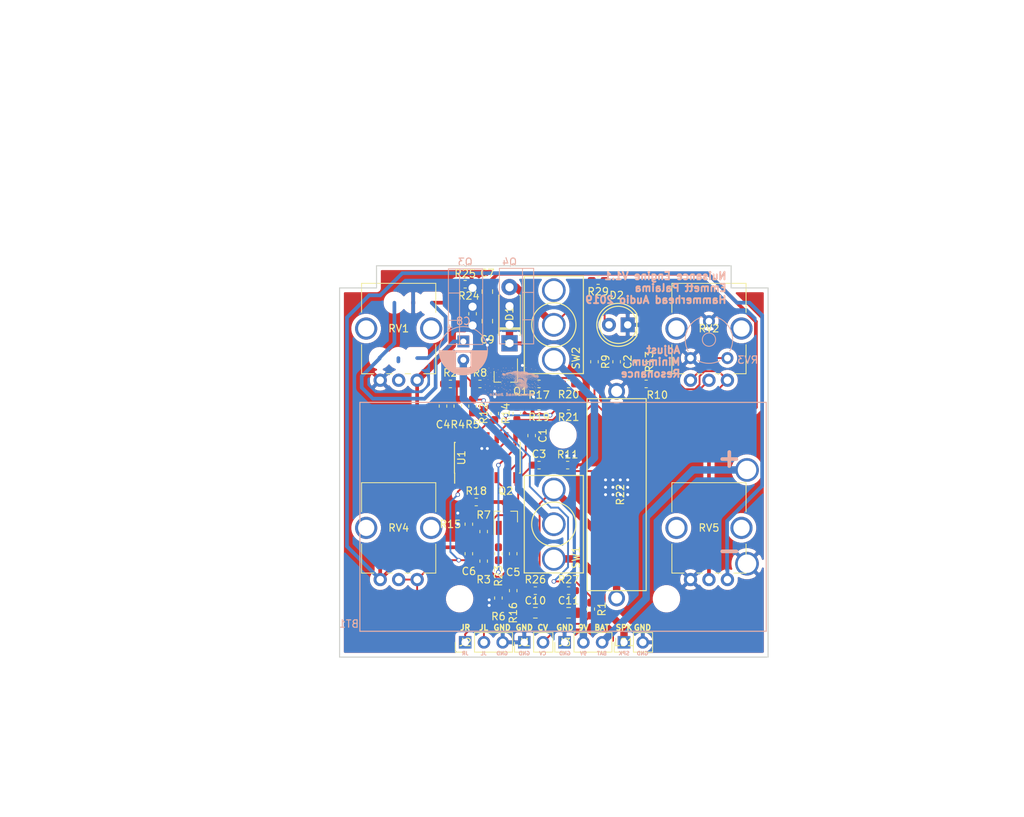
<source format=kicad_pcb>
(kicad_pcb (version 20171130) (host pcbnew "(5.1.2-1)-1")
  (layers (0 F.Cu signal hide) (31 B.Cu signal hide) (34 B.Paste user hide) (35 F.Paste user hide) (36 B.SilkS user) (37 F.SilkS user) (38 B.Mask user) (39 F.Mask user) (44 Edge.Cuts user))
  (net 0 "")
  (net 1 GND)
  (net 2 "Net-(BT1-Pad1)")
  (net 3 "Net-(C1-Pad1)")
  (net 4 "Net-(C1-Pad2)")
  (net 5 "Net-(C2-Pad2)")
  (net 6 "Net-(C3-Pad1)")
  (net 7 "Net-(C4-Pad1)")
  (net 8 "Net-(C4-Pad2)")
  (net 9 "Net-(C5-Pad1)")
  (net 10 "Net-(C6-Pad1)")
  (net 11 "Net-(C6-Pad2)")
  (net 12 "Net-(C7-Pad1)")
  (net 13 "Net-(C7-Pad2)")
  (net 14 "Net-(C8-Pad1)")
  (net 15 "Net-(C8-Pad2)")
  (net 16 VDD)
  (net 17 "Net-(C10-Pad1)")
  (net 18 "Net-(C10-Pad2)")
  (net 19 "Net-(C11-Pad1)")
  (net 20 "Net-(C11-Pad2)")
  (net 21 "Net-(D1-Pad2)")
  (net 22 "Net-(D2-Pad2)")
  (net 23 "Net-(LS1-Pad1)")
  (net 24 "Net-(Q1-Pad3)")
  (net 25 "Net-(Q2-Pad2)")
  (net 26 "Net-(Q2-Pad1)")
  (net 27 "Net-(R1-Pad2)")
  (net 28 "Net-(R2-Pad1)")
  (net 29 "Net-(R3-Pad2)")
  (net 30 "Net-(R12-Pad1)")
  (net 31 "Net-(R10-Pad2)")
  (net 32 "Net-(R14-Pad2)")
  (net 33 "Net-(R15-Pad2)")
  (net 34 "Net-(R17-Pad2)")
  (net 35 "Net-(R20-Pad2)")
  (net 36 "Net-(R22-Pad1)")
  (net 37 "Net-(RV2-Pad1)")
  (net 38 "Net-(J1-Pad2)")
  (net 39 "Net-(J3-Pad2)")
  (net 40 "Net-(SW2-Pad3)")
  (net 41 "Net-(Q1-Pad1)")
  (module HammerheadAudio:HHLOGO (layer B.Cu) (at 78.25 60.75 180)
    (fp_text reference LOGO hide)
    (fp_text value "" (at 0 0 180) (layer B.SilkS) (effects (font (size 1.27 1.27)) (justify mirror)))
  )
  (module HammerheadAudio:PTV09 (layer F.Cu) (at 59 55)
    (fp_text reference RV1 (at 0 0.5) (layer F.SilkS))
    (fp_text value A10K)
    (pad "" thru_hole circle (at 4.4 0.5 90) (size 3 3) (drill 2.2) (layers *.Cu *.Mask))
    (pad "" thru_hole circle (at -4.4 0.5 90) (size 3 3) (drill 2.2) (layers *.Cu *.Mask))
    (pad 3 thru_hole circle (at 2.5 7.5 90) (size 1.8 1.8) (drill 1) (layers *.Cu *.Mask) (net 16 VDD))
    (pad 2 thru_hole circle (at 0 7.5 90) (size 1.8 1.8) (drill 1) (layers *.Cu *.Mask) (net 28 "Net-(R2-Pad1)"))
    (pad 1 thru_hole circle (at -2.5 7.5 90) (size 1.8 1.8) (drill 1) (layers *.Cu *.Mask) (net 1 GND))
  )
  (module HammerheadAudio:PTV09 (layer F.Cu) (at 59 82)
    (fp_text reference RV4 (at 0 0.5) (layer F.SilkS))
    (fp_text value A1M)
    (pad "" thru_hole circle (at 4.4 0.5 90) (size 3 3) (drill 2.2) (layers *.Cu *.Mask))
    (pad "" thru_hole circle (at -4.4 0.5 90) (size 3 3) (drill 2.2) (layers *.Cu *.Mask))
    (pad 3 thru_hole circle (at 2.5 7.5 90) (size 1.8 1.8) (drill 1) (layers *.Cu *.Mask) (net 11 "Net-(C6-Pad2)"))
    (pad 2 thru_hole circle (at 0 7.5 90) (size 1.8 1.8) (drill 1) (layers *.Cu *.Mask) (net 11 "Net-(C6-Pad2)"))
    (pad 1 thru_hole circle (at -2.5 7.5 90) (size 1.8 1.8) (drill 1) (layers *.Cu *.Mask) (net 10 "Net-(C6-Pad1)"))
  )
  (module HammerheadAudio:PTV09 (layer F.Cu) (at 101 82)
    (fp_text reference RV5 (at 0 0.5) (layer F.SilkS))
    (fp_text value B10K)
    (pad "" thru_hole circle (at 4.4 0.5 90) (size 3 3) (drill 2.2) (layers *.Cu *.Mask))
    (pad "" thru_hole circle (at -4.4 0.5 90) (size 3 3) (drill 2.2) (layers *.Cu *.Mask))
    (pad 3 thru_hole circle (at 2.5 7.5 90) (size 1.8 1.8) (drill 1) (layers *.Cu *.Mask) (net 10 "Net-(C6-Pad1)"))
    (pad 2 thru_hole circle (at 0 7.5 90) (size 1.8 1.8) (drill 1) (layers *.Cu *.Mask) (net 13 "Net-(C7-Pad2)"))
    (pad 1 thru_hole circle (at -2.5 7.5 90) (size 1.8 1.8) (drill 1) (layers *.Cu *.Mask) (net 1 GND))
  )
  (module HammerheadAudio:PTV09 (layer F.Cu) (at 101 55)
    (fp_text reference RV2 (at 0 0.5) (layer F.SilkS))
    (fp_text value A100K)
    (pad "" thru_hole circle (at 4.4 0.5 90) (size 3 3) (drill 2.2) (layers *.Cu *.Mask))
    (pad "" thru_hole circle (at -4.4 0.5 90) (size 3 3) (drill 2.2) (layers *.Cu *.Mask))
    (pad 3 thru_hole circle (at 2.5 7.5 90) (size 1.8 1.8) (drill 1) (layers *.Cu *.Mask) (net 6 "Net-(C3-Pad1)"))
    (pad 2 thru_hole circle (at 0 7.5 90) (size 1.8 1.8) (drill 1) (layers *.Cu *.Mask) (net 31 "Net-(R10-Pad2)"))
    (pad 1 thru_hole circle (at -2.5 7.5 90) (size 1.8 1.8) (drill 1) (layers *.Cu *.Mask) (net 37 "Net-(RV2-Pad1)"))
  )
  (module HammerheadAudio:Toggle_3Lug (layer F.Cu) (at 80 82)
    (fp_text reference SW1 (at 3 4.5 90) (layer F.SilkS))
    (fp_text value SW_SPDT)
    (pad 1 thru_hole circle (at 0 4.7) (size 3.2 3.2) (drill 2.5) (layers *.Cu *.Mask) (net 23 "Net-(LS1-Pad1)"))
    (pad 2 thru_hole circle (at 0 0) (size 3.2 3.2) (drill 2.5) (layers *.Cu *.Mask) (net 15 "Net-(C8-Pad2)"))
    (pad 3 thru_hole circle (at 0 -4.7) (size 3.2 3.2) (drill 2.5) (layers *.Cu *.Mask) (net 36 "Net-(R22-Pad1)"))
  )
  (module Diode_THT:D_DO-41_SOD81_P7.62mm_Horizontal (layer F.Cu) (at 74 57.5 90)
    (fp_text reference D1 (at 4 0 90) (layer F.SilkS))
    (fp_text value 1N4001)
    (fp_text user K (at 0 0 90) (layer F.SilkS))
    (pad 2 thru_hole oval (at 7.62 0 90) (size 2.2 2.2) (drill 1.1) (layers *.Cu *.Mask) (net 21 "Net-(D1-Pad2)"))
    (pad 1 thru_hole rect (at 0 0 90) (size 2.2 2.2) (drill 1.1) (layers *.Cu *.Mask) (net 16 VDD))
  )
  (module Package_SO:SOIC-14_3.9x8.7mm_P1.27mm (layer F.Cu) (at 71 73 90)
    (fp_text reference U1 (at 0 -3.5 90) (layer F.SilkS))
    (fp_text value LM324)
    (pad 14 smd rect (at 2.7 -3.81 90) (size 1.5 0.6) (layers F.Cu F.Paste F.Mask) (net 8 "Net-(C4-Pad2)"))
    (pad 13 smd rect (at 2.7 -2.54 90) (size 1.5 0.6) (layers F.Cu F.Paste F.Mask) (net 7 "Net-(C4-Pad1)"))
    (pad 12 smd rect (at 2.7 -1.27 90) (size 1.5 0.6) (layers F.Cu F.Paste F.Mask) (net 30 "Net-(R12-Pad1)"))
    (pad 11 smd rect (at 2.7 0 90) (size 1.5 0.6) (layers F.Cu F.Paste F.Mask) (net 1 GND))
    (pad 10 smd rect (at 2.7 1.27 90) (size 1.5 0.6) (layers F.Cu F.Paste F.Mask) (net 35 "Net-(R20-Pad2)"))
    (pad 9 smd rect (at 2.7 2.54 90) (size 1.5 0.6) (layers F.Cu F.Paste F.Mask) (net 8 "Net-(C4-Pad2)"))
    (pad 8 smd rect (at 2.7 3.81 90) (size 1.5 0.6) (layers F.Cu F.Paste F.Mask) (net 32 "Net-(R14-Pad2)"))
    (pad 7 smd rect (at -2.7 3.81 90) (size 1.5 0.6) (layers F.Cu F.Paste F.Mask) (net 6 "Net-(C3-Pad1)"))
    (pad 6 smd rect (at -2.7 2.54 90) (size 1.5 0.6) (layers F.Cu F.Paste F.Mask) (net 4 "Net-(C1-Pad2)"))
    (pad 5 smd rect (at -2.7 1.27 90) (size 1.5 0.6) (layers F.Cu F.Paste F.Mask) (net 29 "Net-(R3-Pad2)"))
    (pad 4 smd rect (at -2.7 0 90) (size 1.5 0.6) (layers F.Cu F.Paste F.Mask) (net 16 VDD))
    (pad 3 smd rect (at -2.7 -1.27 90) (size 1.5 0.6) (layers F.Cu F.Paste F.Mask) (net 33 "Net-(R15-Pad2)"))
    (pad 2 smd rect (at -2.7 -2.54 90) (size 1.5 0.6) (layers F.Cu F.Paste F.Mask) (net 11 "Net-(C6-Pad2)"))
    (pad 1 smd rect (at -2.7 -3.81 90) (size 1.5 0.6) (layers F.Cu F.Paste F.Mask) (net 10 "Net-(C6-Pad1)"))
  )
  (module Package_TO_SOT_THT:TO-220-3_Vertical (layer B.Cu) (at 74 55 90)
    (fp_text reference Q4 (at 8.5 0) (layer B.SilkS) (effects (justify mirror)))
    (fp_text value TIP32A)
    (pad 3 thru_hole oval (at 5.08 0 90) (size 1.905 2) (drill 1.1) (layers *.Cu *.Mask) (net 14 "Net-(C8-Pad1)"))
    (pad 2 thru_hole oval (at 2.54 0 90) (size 1.905 2) (drill 1.1) (layers *.Cu *.Mask) (net 1 GND))
    (pad 1 thru_hole rect (at 0 0 90) (size 1.905 2) (drill 1.1) (layers *.Cu *.Mask) (net 12 "Net-(C7-Pad1)"))
  )
  (module Package_TO_SOT_THT:TO-220-3_Vertical (layer B.Cu) (at 69 50 270)
    (fp_text reference Q3 (at -3.5 1) (layer B.SilkS) (effects (justify mirror)))
    (fp_text value TIP31A)
    (pad 3 thru_hole oval (at 5.08 0 270) (size 1.905 2) (drill 1.1) (layers *.Cu *.Mask) (net 14 "Net-(C8-Pad1)"))
    (pad 2 thru_hole oval (at 2.54 0 270) (size 1.905 2) (drill 1.1) (layers *.Cu *.Mask) (net 16 VDD))
    (pad 1 thru_hole rect (at 0 0 270) (size 1.905 2) (drill 1.1) (layers *.Cu *.Mask) (net 12 "Net-(C7-Pad1)"))
  )
  (module HammerheadAudio:9V_Clip (layer B.Cu) (at 81.25 81)
    (fp_text reference BT1 (at -29 14.5) (layer B.SilkS) (effects (justify mirror)))
    (fp_text value 9V_Battery)
    (fp_text user + (at 22.5 -8) (layer B.SilkS) (effects (font (size 2.5 2.5) (thickness 0.5)) (justify mirror)))
    (fp_text user - (at 22.5 4.5) (layer B.SilkS) (effects (font (size 2.5 2.5) (thickness 0.5)) (justify mirror)))
    (pad "" np_thru_hole circle (at 0 -11.1) (size 2.7 2.7) (drill 2.7) (layers *.Cu *.Mask))
    (pad "" np_thru_hole circle (at -14 11.1) (size 2.7 2.7) (drill 2.7) (layers *.Cu *.Mask))
    (pad "" np_thru_hole circle (at 14 11.1) (size 2.7 2.7) (drill 2.7) (layers *.Cu *.Mask))
    (pad 2 thru_hole circle (at 24.9 6.35) (size 3.2 3.2) (drill 2.5) (layers *.Cu *.Mask) (net 1 GND))
    (pad 1 thru_hole circle (at 24.9 -6.35) (size 3.2 3.2) (drill 2.5) (layers *.Cu *.Mask) (net 2 "Net-(BT1-Pad1)"))
  )
  (module LEDs:LED-5MM (layer F.Cu) (at 90 55 180)
    (fp_text reference D2 (at 1.5 4 180) (layer F.SilkS))
    (fp_text value LED)
    (pad 1 thru_hole rect (at 0 0 270) (size 2 1.9) (drill 1.00076) (layers *.Cu *.Mask) (net 1 GND))
    (pad 2 thru_hole circle (at 2.54 0 180) (size 1.9 1.9) (drill 1.00076) (layers *.Cu *.Mask) (net 22 "Net-(D2-Pad2)"))
  )
  (module HammerheadAudio:Resistor_Vishay5W (layer F.Cu) (at 88.5 78 90)
    (fp_text reference R22 (at 0 0.5 90) (layer F.SilkS))
    (fp_text value 8-Ohm-5W)
    (pad 1 thru_hole circle (at -14 0 90) (size 2.262 2.262) (drill 1.5) (layers *.Cu *.Mask) (net 36 "Net-(R22-Pad1)"))
    (pad 2 thru_hole circle (at 14 0 90) (size 2.262 2.262) (drill 1.5) (layers *.Cu *.Mask) (net 1 GND))
  )
  (module Potentiometers:Potentiometer_Trimmer_Piher_PT-6v_Horizontal (layer B.Cu) (at 98.5 59.5 90)
    (fp_text reference RV3 (at -0.25 7.75 180) (layer B.SilkS) (effects (justify mirror)))
    (fp_text value 100k_TRIM)
    (pad 3 thru_hole circle (at 0 5 90) (size 1.62 1.62) (drill 0.9) (layers *.Cu *.Mask) (net 37 "Net-(RV2-Pad1)"))
    (pad 2 thru_hole circle (at 5 2.5 90) (size 1.62 1.62) (drill 0.9) (layers *.Cu *.Mask) (net 1 GND))
    (pad 1 thru_hole circle (at 0 0 90) (size 1.62 1.62) (drill 0.9) (layers *.Cu *.Mask) (net 1 GND))
  )
  (module HammerheadAudio:Toggle_3Lug (layer F.Cu) (at 80 55)
    (fp_text reference SW2 (at 3 4.5 90) (layer F.SilkS))
    (fp_text value SW_SPDT)
    (pad 1 thru_hole circle (at 0 4.7) (size 3.2 3.2) (drill 2.5) (layers *.Cu *.Mask) (net 39 "Net-(J3-Pad2)"))
    (pad 2 thru_hole circle (at 0 0) (size 3.2 3.2) (drill 2.5) (layers *.Cu *.Mask) (net 21 "Net-(D1-Pad2)"))
    (pad 3 thru_hole circle (at 0 -4.7) (size 3.2 3.2) (drill 2.5) (layers *.Cu *.Mask) (net 40 "Net-(SW2-Pad3)"))
  )
  (module Connector_PinHeader_2.54mm:PinHeader_1x02_P2.54mm_Vertical (layer F.Cu) (at 76 98 90)
    (fp_text reference J1 (at 0 0 180) (layer F.SilkS))
    (fp_text value CV)
    (pad 2 thru_hole oval (at 0 2.54 90) (size 1.7 1.7) (drill 1) (layers *.Cu *.Mask) (net 38 "Net-(J1-Pad2)"))
    (pad 1 thru_hole rect (at 0 0 90) (size 1.7 1.7) (drill 1) (layers *.Cu *.Mask) (net 1 GND))
  )
  (module Connector_PinHeader_2.54mm:PinHeader_1x03_P2.54mm_Vertical (layer F.Cu) (at 68 98 90)
    (fp_text reference J2 (at 0 0) (layer F.SilkS))
    (fp_text value Headphones)
    (pad 3 thru_hole oval (at 0 5.08 90) (size 1.7 1.7) (drill 1) (layers *.Cu *.Mask) (net 1 GND))
    (pad 2 thru_hole oval (at 0 2.54 90) (size 1.7 1.7) (drill 1) (layers *.Cu *.Mask) (net 19 "Net-(C11-Pad1)"))
    (pad 1 thru_hole rect (at 0 0 90) (size 1.7 1.7) (drill 1) (layers *.Cu *.Mask) (net 17 "Net-(C10-Pad1)"))
  )
  (module Connector_PinHeader_2.54mm:PinHeader_1x03_P2.54mm_Vertical (layer F.Cu) (at 81.46 98 90)
    (fp_text reference J3 (at 0 0 180) (layer F.SilkS))
    (fp_text value Power)
    (pad 1 thru_hole rect (at 0 0 90) (size 1.7 1.7) (drill 1) (layers *.Cu *.Mask) (net 1 GND))
    (pad 2 thru_hole oval (at 0 2.54 90) (size 1.7 1.7) (drill 1) (layers *.Cu *.Mask) (net 39 "Net-(J3-Pad2)"))
    (pad 3 thru_hole oval (at 0 5.08 90) (size 1.7 1.7) (drill 1) (layers *.Cu *.Mask) (net 2 "Net-(BT1-Pad1)"))
  )
  (module Connector_PinHeader_2.54mm:PinHeader_1x02_P2.54mm_Vertical (layer F.Cu) (at 89.5 98 90)
    (fp_text reference LS1 (at 0 0) (layer F.SilkS))
    (fp_text value Speaker)
    (pad 1 thru_hole rect (at 0 0 90) (size 1.7 1.7) (drill 1) (layers *.Cu *.Mask) (net 23 "Net-(LS1-Pad1)"))
    (pad 2 thru_hole oval (at 0 2.54 90) (size 1.7 1.7) (drill 1) (layers *.Cu *.Mask) (net 1 GND))
  )
  (module Capacitor_THT:CP_Radial_D6.3mm_P2.50mm (layer B.Cu) (at 67.75 57.25 270)
    (fp_text reference C8 (at -2.75 0) (layer B.SilkS) (effects (justify mirror)))
    (fp_text value 100uf)
    (pad 1 thru_hole rect (at 0 0 270) (size 1.6 1.6) (drill 0.8) (layers *.Cu *.Mask) (net 14 "Net-(C8-Pad1)"))
    (pad 2 thru_hole circle (at 2.5 0 270) (size 1.6 1.6) (drill 0.8) (layers *.Cu *.Mask) (net 15 "Net-(C8-Pad2)"))
  )
  (module Capacitor_SMD:C_0603_1608Metric_Pad1.05x0.95mm_HandSolder (layer F.Cu) (at 77 70 90)
    (fp_text reference C1 (at 0 1.5 90) (layer F.SilkS))
    (fp_text value 47pf)
    (pad 1 smd roundrect (at -0.875 0 90) (size 1.05 0.95) (layers F.Cu F.Paste F.Mask) (net 3 "Net-(C1-Pad1)"))
    (pad 2 smd roundrect (at 0.875 0 90) (size 1.05 0.95) (layers F.Cu F.Paste F.Mask) (net 4 "Net-(C1-Pad2)"))
  )
  (module Capacitor_SMD:C_0603_1608Metric_Pad1.05x0.95mm_HandSolder (layer F.Cu) (at 88.5 60 90)
    (fp_text reference C2 (at 0 1.5 90) (layer F.SilkS))
    (fp_text value 0.047uf)
    (pad 1 smd roundrect (at -0.875 0 90) (size 1.05 0.95) (layers F.Cu F.Paste F.Mask) (net 1 GND))
    (pad 2 smd roundrect (at 0.875 0 90) (size 1.05 0.95) (layers F.Cu F.Paste F.Mask) (net 5 "Net-(C2-Pad2)"))
  )
  (module Capacitor_SMD:C_0603_1608Metric_Pad1.05x0.95mm_HandSolder (layer F.Cu) (at 78 74)
    (fp_text reference C3 (at 0 -1.5) (layer F.SilkS))
    (fp_text value 47pf)
    (pad 2 smd roundrect (at 0.875 0) (size 1.05 0.95) (layers F.Cu F.Paste F.Mask) (net 3 "Net-(C1-Pad1)"))
    (pad 1 smd roundrect (at -0.875 0) (size 1.05 0.95) (layers F.Cu F.Paste F.Mask) (net 6 "Net-(C3-Pad1)"))
  )
  (module Capacitor_SMD:C_0603_1608Metric_Pad1.05x0.95mm_HandSolder (layer F.Cu) (at 65 66 270)
    (fp_text reference C4 (at 2.5 0) (layer F.SilkS))
    (fp_text value 0.047uf)
    (pad 2 smd roundrect (at 0.875 0 270) (size 1.05 0.95) (layers F.Cu F.Paste F.Mask) (net 8 "Net-(C4-Pad2)"))
    (pad 1 smd roundrect (at -0.875 0 270) (size 1.05 0.95) (layers F.Cu F.Paste F.Mask) (net 7 "Net-(C4-Pad1)"))
  )
  (module Capacitor_SMD:C_0603_1608Metric_Pad1.05x0.95mm_HandSolder (layer F.Cu) (at 74.5 86 90)
    (fp_text reference C5 (at -2.5 0 180) (layer F.SilkS))
    (fp_text value 0.1uf)
    (pad 2 smd roundrect (at 0.875 0 90) (size 1.05 0.95) (layers F.Cu F.Paste F.Mask) (net 6 "Net-(C3-Pad1)"))
    (pad 1 smd roundrect (at -0.875 0 90) (size 1.05 0.95) (layers F.Cu F.Paste F.Mask) (net 9 "Net-(C5-Pad1)"))
  )
  (module Capacitor_SMD:C_0603_1608Metric_Pad1.05x0.95mm_HandSolder (layer F.Cu) (at 68.5 86 270)
    (fp_text reference C6 (at 2.375 0) (layer F.SilkS))
    (fp_text value 0.01uf)
    (pad 1 smd roundrect (at -0.875 0 270) (size 1.05 0.95) (layers F.Cu F.Paste F.Mask) (net 10 "Net-(C6-Pad1)"))
    (pad 2 smd roundrect (at 0.875 0 270) (size 1.05 0.95) (layers F.Cu F.Paste F.Mask) (net 11 "Net-(C6-Pad2)"))
  )
  (module Capacitor_SMD:C_0805_2012Metric_Pad1.15x1.40mm_HandSolder (layer F.Cu) (at 71 50.5 90)
    (fp_text reference C7 (at 2.5 0) (layer F.SilkS))
    (fp_text value 0.47uf)
    (pad 1 smd roundrect (at -1.025 0 90) (size 1.15 1.4) (layers F.Cu F.Paste F.Mask) (roundrect_rratio 0.217391) (net 12 "Net-(C7-Pad1)"))
    (pad 2 smd roundrect (at 1.025 0 90) (size 1.15 1.4) (layers F.Cu F.Paste F.Mask) (roundrect_rratio 0.217391) (net 13 "Net-(C7-Pad2)"))
  )
  (module Resistor_SMD:R_0805_2012Metric_Pad1.15x1.40mm_HandSolder (layer F.Cu) (at 71 54.5 270)
    (fp_text reference C9 (at 2.5 0 180) (layer F.SilkS))
    (fp_text value DNP)
    (pad 1 smd roundrect (at -1.025 0 270) (size 1.15 1.4) (layers F.Cu F.Paste F.Mask) (roundrect_rratio 0.217391) (net 16 VDD))
    (pad 2 smd roundrect (at 1.025 0 270) (size 1.15 1.4) (layers F.Cu F.Paste F.Mask) (roundrect_rratio 0.217391) (net 1 GND))
  )
  (module Resistor_SMD:R_0805_2012Metric_Pad1.15x1.40mm_HandSolder (layer F.Cu) (at 77.5 94)
    (fp_text reference C10 (at 0 -1.65) (layer F.SilkS))
    (fp_text value 10uf)
    (pad 2 smd roundrect (at 1.025 0) (size 1.15 1.4) (layers F.Cu F.Paste F.Mask) (roundrect_rratio 0.217391) (net 18 "Net-(C10-Pad2)"))
    (pad 1 smd roundrect (at -1.025 0) (size 1.15 1.4) (layers F.Cu F.Paste F.Mask) (roundrect_rratio 0.217391) (net 17 "Net-(C10-Pad1)"))
  )
  (module Resistor_SMD:R_0805_2012Metric_Pad1.15x1.40mm_HandSolder (layer F.Cu) (at 82 94)
    (fp_text reference C11 (at 0 -1.65) (layer F.SilkS))
    (fp_text value 10uf)
    (pad 1 smd roundrect (at -1.025 0) (size 1.15 1.4) (layers F.Cu F.Paste F.Mask) (roundrect_rratio 0.217391) (net 19 "Net-(C11-Pad1)"))
    (pad 2 smd roundrect (at 1.025 0) (size 1.15 1.4) (layers F.Cu F.Paste F.Mask) (roundrect_rratio 0.217391) (net 20 "Net-(C11-Pad2)"))
  )
  (module Package_TO_SOT_SMD:SOT-23_Handsoldering (layer F.Cu) (at 73.5 62 270)
    (fp_text reference Q1 (at 2 -2) (layer F.SilkS))
    (fp_text value 2N3904)
    (pad 3 smd rect (at 1.5 0 270) (size 1.9 0.8) (layers F.Cu F.Paste F.Mask) (net 24 "Net-(Q1-Pad3)"))
    (pad 2 smd rect (at -1.5 0.95 270) (size 1.9 0.8) (layers F.Cu F.Paste F.Mask) (net 1 GND))
    (pad 1 smd rect (at -1.5 -0.95 270) (size 1.9 0.8) (layers F.Cu F.Paste F.Mask) (net 41 "Net-(Q1-Pad1)"))
  )
  (module Package_TO_SOT_SMD:SOT-23_Handsoldering (layer F.Cu) (at 73.5 81 90)
    (fp_text reference Q2 (at 3.5 0) (layer F.SilkS))
    (fp_text value 2N3904)
    (pad 1 smd rect (at -1.5 -0.95 90) (size 1.9 0.8) (layers F.Cu F.Paste F.Mask) (net 26 "Net-(Q2-Pad1)"))
    (pad 2 smd rect (at -1.5 0.95 90) (size 1.9 0.8) (layers F.Cu F.Paste F.Mask) (net 25 "Net-(Q2-Pad2)"))
    (pad 3 smd rect (at 1.5 0 90) (size 1.9 0.8) (layers F.Cu F.Paste F.Mask) (net 16 VDD))
  )
  (module Resistor_SMD:R_0603_1608Metric_Pad1.05x0.95mm_HandSolder (layer F.Cu) (at 85 93.5 90)
    (fp_text reference R1 (at 0 1.5 90) (layer F.SilkS))
    (fp_text value 1k)
    (pad 1 smd roundrect (at -0.875 0 90) (size 1.05 0.95) (layers F.Cu F.Paste F.Mask) (net 38 "Net-(J1-Pad2)"))
    (pad 2 smd roundrect (at 0.875 0 90) (size 1.05 0.95) (layers F.Cu F.Paste F.Mask) (net 27 "Net-(R1-Pad2)"))
  )
  (module Resistor_SMD:R_0603_1608Metric_Pad1.05x0.95mm_HandSolder (layer F.Cu) (at 66 63)
    (fp_text reference R2 (at 0 -1.5) (layer F.SilkS))
    (fp_text value 1k)
    (pad 1 smd roundrect (at -0.875 0) (size 1.05 0.95) (layers F.Cu F.Paste F.Mask) (net 28 "Net-(R2-Pad1)"))
    (pad 2 smd roundrect (at 0.875 0) (size 1.05 0.95) (layers F.Cu F.Paste F.Mask) (net 27 "Net-(R1-Pad2)"))
  )
  (module Resistor_SMD:R_0603_1608Metric_Pad1.05x0.95mm_HandSolder (layer F.Cu) (at 70.5 87 270)
    (fp_text reference R3 (at 2.5 0 180) (layer F.SilkS))
    (fp_text value 22k)
    (pad 1 smd roundrect (at -0.875 0 270) (size 1.05 0.95) (layers F.Cu F.Paste F.Mask) (net 25 "Net-(Q2-Pad2)"))
    (pad 2 smd roundrect (at 0.875 0 270) (size 1.05 0.95) (layers F.Cu F.Paste F.Mask) (net 29 "Net-(R3-Pad2)"))
  )
  (module Resistor_SMD:R_0603_1608Metric_Pad1.05x0.95mm_HandSolder (layer F.Cu) (at 67 66 270)
    (fp_text reference R4 (at 2.5 0) (layer F.SilkS))
    (fp_text value 100k)
    (pad 1 smd roundrect (at -0.875 0 270) (size 1.05 0.95) (layers F.Cu F.Paste F.Mask) (net 27 "Net-(R1-Pad2)"))
    (pad 2 smd roundrect (at 0.875 0 270) (size 1.05 0.95) (layers F.Cu F.Paste F.Mask) (net 7 "Net-(C4-Pad1)"))
  )
  (module Resistor_SMD:R_0603_1608Metric_Pad1.05x0.95mm_HandSolder (layer F.Cu) (at 69 66 270)
    (fp_text reference R5 (at 2.5 0) (layer F.SilkS))
    (fp_text value 47k)
    (pad 1 smd roundrect (at -0.875 0 270) (size 1.05 0.95) (layers F.Cu F.Paste F.Mask) (net 27 "Net-(R1-Pad2)"))
    (pad 2 smd roundrect (at 0.875 0 270) (size 1.05 0.95) (layers F.Cu F.Paste F.Mask) (net 30 "Net-(R12-Pad1)"))
  )
  (module Resistor_SMD:R_0603_1608Metric_Pad1.05x0.95mm_HandSolder (layer F.Cu) (at 72.5 92 270)
    (fp_text reference R6 (at 2.5 0) (layer F.SilkS))
    (fp_text value 2.2k)
    (pad 2 smd roundrect (at 0.875 0 270) (size 1.05 0.95) (layers F.Cu F.Paste F.Mask) (net 1 GND))
    (pad 1 smd roundrect (at -0.875 0 270) (size 1.05 0.95) (layers F.Cu F.Paste F.Mask) (net 29 "Net-(R3-Pad2)"))
  )
  (module Resistor_SMD:R_0603_1608Metric_Pad1.05x0.95mm_HandSolder (layer F.Cu) (at 70.5 83 270)
    (fp_text reference R7 (at -2.25 0) (layer F.SilkS))
    (fp_text value 2.2k)
    (pad 1 smd roundrect (at -0.875 0 270) (size 1.05 0.95) (layers F.Cu F.Paste F.Mask) (net 16 VDD))
    (pad 2 smd roundrect (at 0.875 0 270) (size 1.05 0.95) (layers F.Cu F.Paste F.Mask) (net 29 "Net-(R3-Pad2)"))
  )
  (module Resistor_SMD:R_0603_1608Metric_Pad1.05x0.95mm_HandSolder (layer F.Cu) (at 70 63 180)
    (fp_text reference R8 (at 0 1.5 180) (layer F.SilkS))
    (fp_text value 47k)
    (pad 1 smd roundrect (at -0.875 0 180) (size 1.05 0.95) (layers F.Cu F.Paste F.Mask) (net 24 "Net-(Q1-Pad3)"))
    (pad 2 smd roundrect (at 0.875 0 180) (size 1.05 0.95) (layers F.Cu F.Paste F.Mask) (net 7 "Net-(C4-Pad1)"))
  )
  (module Resistor_SMD:R_0603_1608Metric_Pad1.05x0.95mm_HandSolder (layer F.Cu) (at 85.5 60 90)
    (fp_text reference R9 (at 0 1.5 90) (layer F.SilkS))
    (fp_text value 1.5M)
    (pad 1 smd roundrect (at -0.875 0 90) (size 1.05 0.95) (layers F.Cu F.Paste F.Mask) (net 4 "Net-(C1-Pad2)"))
    (pad 2 smd roundrect (at 0.875 0 90) (size 1.05 0.95) (layers F.Cu F.Paste F.Mask) (net 5 "Net-(C2-Pad2)"))
  )
  (module Resistor_SMD:R_0603_1608Metric_Pad1.05x0.95mm_HandSolder (layer F.Cu) (at 92.5 63)
    (fp_text reference R10 (at 1.5 1.5) (layer F.SilkS))
    (fp_text value 2.2M)
    (pad 2 smd roundrect (at 0.875 0) (size 1.05 0.95) (layers F.Cu F.Paste F.Mask) (net 31 "Net-(R10-Pad2)"))
    (pad 1 smd roundrect (at -0.875 0) (size 1.05 0.95) (layers F.Cu F.Paste F.Mask) (net 4 "Net-(C1-Pad2)"))
  )
  (module Resistor_SMD:R_0603_1608Metric_Pad1.05x0.95mm_HandSolder (layer F.Cu) (at 81.875 74)
    (fp_text reference R11 (at 0 -1.43) (layer F.SilkS))
    (fp_text value 1M)
    (pad 2 smd roundrect (at 0.875 0) (size 1.05 0.95) (layers F.Cu F.Paste F.Mask) (net 1 GND))
    (pad 1 smd roundrect (at -0.875 0) (size 1.05 0.95) (layers F.Cu F.Paste F.Mask) (net 3 "Net-(C1-Pad1)"))
  )
  (module Resistor_SMD:R_0603_1608Metric_Pad1.05x0.95mm_HandSolder (layer F.Cu) (at 72 67 90)
    (fp_text reference R12 (at 0 -1.5 270) (layer F.SilkS))
    (fp_text value 47k)
    (pad 2 smd roundrect (at 0.875 0 90) (size 1.05 0.95) (layers F.Cu F.Paste F.Mask) (net 1 GND))
    (pad 1 smd roundrect (at -0.875 0 90) (size 1.05 0.95) (layers F.Cu F.Paste F.Mask) (net 30 "Net-(R12-Pad1)"))
  )
  (module Resistor_SMD:R_0603_1608Metric_Pad1.05x0.95mm_HandSolder (layer F.Cu) (at 91.5 60 270)
    (fp_text reference R13 (at 0 -1.43 270) (layer F.SilkS))
    (fp_text value 1.5M)
    (pad 2 smd roundrect (at 0.875 0 270) (size 1.05 0.95) (layers F.Cu F.Paste F.Mask) (net 6 "Net-(C3-Pad1)"))
    (pad 1 smd roundrect (at -0.875 0 270) (size 1.05 0.95) (layers F.Cu F.Paste F.Mask) (net 5 "Net-(C2-Pad2)"))
  )
  (module Resistor_SMD:R_0603_1608Metric_Pad1.05x0.95mm_HandSolder (layer F.Cu) (at 75 67 270)
    (fp_text reference R14 (at 0 1.5 270) (layer F.SilkS))
    (fp_text value 10k)
    (pad 1 smd roundrect (at -0.875 0 270) (size 1.05 0.95) (layers F.Cu F.Paste F.Mask) (net 41 "Net-(Q1-Pad1)"))
    (pad 2 smd roundrect (at 0.875 0 270) (size 1.05 0.95) (layers F.Cu F.Paste F.Mask) (net 32 "Net-(R14-Pad2)"))
  )
  (module Resistor_SMD:R_0603_1608Metric_Pad1.05x0.95mm_HandSolder (layer F.Cu) (at 68.5 82 90)
    (fp_text reference R15 (at 0 -2.5) (layer F.SilkS))
    (fp_text value 10k)
    (pad 2 smd roundrect (at 0.875 0 90) (size 1.05 0.95) (layers F.Cu F.Paste F.Mask) (net 33 "Net-(R15-Pad2)"))
    (pad 1 smd roundrect (at -0.875 0 90) (size 1.05 0.95) (layers F.Cu F.Paste F.Mask) (net 1 GND))
  )
  (module Resistor_SMD:R_0603_1608Metric_Pad1.05x0.95mm_HandSolder (layer F.Cu) (at 74.5 91 270)
    (fp_text reference R16 (at 3 0 270) (layer F.SilkS))
    (fp_text value 10)
    (pad 2 smd roundrect (at 0.875 0 270) (size 1.05 0.95) (layers F.Cu F.Paste F.Mask) (net 11 "Net-(C6-Pad2)"))
    (pad 1 smd roundrect (at -0.875 0 270) (size 1.05 0.95) (layers F.Cu F.Paste F.Mask) (net 9 "Net-(C5-Pad1)"))
  )
  (module Resistor_SMD:R_0603_1608Metric_Pad1.05x0.95mm_HandSolder (layer F.Cu) (at 78 63)
    (fp_text reference R17 (at 0 1.5) (layer F.SilkS))
    (fp_text value 10k)
    (pad 2 smd roundrect (at 0.875 0) (size 1.05 0.95) (layers F.Cu F.Paste F.Mask) (net 34 "Net-(R17-Pad2)"))
    (pad 1 smd roundrect (at -0.875 0) (size 1.05 0.95) (layers F.Cu F.Paste F.Mask) (net 16 VDD))
  )
  (module Resistor_SMD:R_0603_1608Metric_Pad1.05x0.95mm_HandSolder (layer F.Cu) (at 69.5 79 180)
    (fp_text reference R18 (at 0 1.5 180) (layer F.SilkS))
    (fp_text value 10k)
    (pad 1 smd roundrect (at -0.875 0 180) (size 1.05 0.95) (layers F.Cu F.Paste F.Mask) (net 16 VDD))
    (pad 2 smd roundrect (at 0.875 0 180) (size 1.05 0.95) (layers F.Cu F.Paste F.Mask) (net 33 "Net-(R15-Pad2)"))
  )
  (module Resistor_SMD:R_0603_1608Metric_Pad1.05x0.95mm_HandSolder (layer F.Cu) (at 78 66 180)
    (fp_text reference R19 (at 0 -1.5 180) (layer F.SilkS))
    (fp_text value 10k)
    (pad 1 smd roundrect (at -0.875 0 180) (size 1.05 0.95) (layers F.Cu F.Paste F.Mask) (net 34 "Net-(R17-Pad2)"))
    (pad 2 smd roundrect (at 0.875 0 180) (size 1.05 0.95) (layers F.Cu F.Paste F.Mask) (net 1 GND))
  )
  (module Resistor_SMD:R_0603_1608Metric_Pad1.05x0.95mm_HandSolder (layer F.Cu) (at 82 63 180)
    (fp_text reference R20 (at 0 -1.43 180) (layer F.SilkS))
    (fp_text value 47k)
    (pad 1 smd roundrect (at -0.875 0 180) (size 1.05 0.95) (layers F.Cu F.Paste F.Mask) (net 34 "Net-(R17-Pad2)"))
    (pad 2 smd roundrect (at 0.875 0 180) (size 1.05 0.95) (layers F.Cu F.Paste F.Mask) (net 35 "Net-(R20-Pad2)"))
  )
  (module Resistor_SMD:R_0603_1608Metric_Pad1.05x0.95mm_HandSolder (layer F.Cu) (at 82 66)
    (fp_text reference R21 (at 0 1.5) (layer F.SilkS))
    (fp_text value 100k)
    (pad 2 smd roundrect (at 0.875 0) (size 1.05 0.95) (layers F.Cu F.Paste F.Mask) (net 32 "Net-(R14-Pad2)"))
    (pad 1 smd roundrect (at -0.875 0) (size 1.05 0.95) (layers F.Cu F.Paste F.Mask) (net 35 "Net-(R20-Pad2)"))
  )
  (module Resistor_SMD:R_0603_1608Metric_Pad1.05x0.95mm_HandSolder (layer F.Cu) (at 72.5 86 90)
    (fp_text reference R23 (at -3 0 270) (layer F.SilkS))
    (fp_text value 10k)
    (pad 2 smd roundrect (at 0.875 0 90) (size 1.05 0.95) (layers F.Cu F.Paste F.Mask) (net 26 "Net-(Q2-Pad1)"))
    (pad 1 smd roundrect (at -0.875 0 90) (size 1.05 0.95) (layers F.Cu F.Paste F.Mask) (net 32 "Net-(R14-Pad2)"))
  )
  (module Resistor_SMD:R_0603_1608Metric_Pad1.05x0.95mm_HandSolder (layer F.Cu) (at 69 53.5 270)
    (fp_text reference R24 (at -2.43 0.5 180) (layer F.SilkS))
    (fp_text value 100k)
    (pad 2 smd roundrect (at 0.875 0 270) (size 1.05 0.95) (layers F.Cu F.Paste F.Mask) (net 16 VDD))
    (pad 1 smd roundrect (at -0.875 0 270) (size 1.05 0.95) (layers F.Cu F.Paste F.Mask) (net 12 "Net-(C7-Pad1)"))
  )
  (module Resistor_SMD:R_0603_1608Metric_Pad1.05x0.95mm_HandSolder (layer F.Cu) (at 68 49.5 180)
    (fp_text reference R25 (at 0 1.43 180) (layer F.SilkS))
    (fp_text value 100k)
    (pad 1 smd roundrect (at -0.875 0 180) (size 1.05 0.95) (layers F.Cu F.Paste F.Mask) (net 1 GND))
    (pad 2 smd roundrect (at 0.875 0 180) (size 1.05 0.95) (layers F.Cu F.Paste F.Mask) (net 12 "Net-(C7-Pad1)"))
  )
  (module Resistor_SMD:R_0603_1608Metric_Pad1.05x0.95mm_HandSolder (layer F.Cu) (at 77.5 91 180)
    (fp_text reference R26 (at 0 1.5 180) (layer F.SilkS))
    (fp_text value 220)
    (pad 2 smd roundrect (at 0.875 0 180) (size 1.05 0.95) (layers F.Cu F.Paste F.Mask) (net 18 "Net-(C10-Pad2)"))
    (pad 1 smd roundrect (at -0.875 0 180) (size 1.05 0.95) (layers F.Cu F.Paste F.Mask) (net 36 "Net-(R22-Pad1)"))
  )
  (module Resistor_SMD:R_0603_1608Metric_Pad1.05x0.95mm_HandSolder (layer F.Cu) (at 82 91)
    (fp_text reference R27 (at 0 -1.5) (layer F.SilkS))
    (fp_text value 220)
    (pad 2 smd roundrect (at 0.875 0) (size 1.05 0.95) (layers F.Cu F.Paste F.Mask) (net 20 "Net-(C11-Pad2)"))
    (pad 1 smd roundrect (at -0.875 0) (size 1.05 0.95) (layers F.Cu F.Paste F.Mask) (net 36 "Net-(R22-Pad1)"))
  )
  (module Resistor_SMD:R_0603_1608Metric_Pad1.05x0.95mm_HandSolder (layer F.Cu) (at 86 49)
    (fp_text reference R29 (at 0 1.5) (layer F.SilkS))
    (fp_text value 220)
    (pad 1 smd roundrect (at -0.875 0) (size 1.05 0.95) (layers F.Cu F.Paste F.Mask) (net 21 "Net-(D1-Pad2)"))
    (pad 2 smd roundrect (at 0.875 0) (size 1.05 0.95) (layers F.Cu F.Paste F.Mask) (net 22 "Net-(D2-Pad2)"))
  )
  (gr_text "Adjust \nMinimum\nResonance" (at 97.25 60) (layer B.SilkS) (effects (font (size 1 1) (thickness 0.25)) (justify left mirror)))
  (gr_text GND (at 81.5 99.5) (layer B.SilkS) (effects (font (size 0.5 0.5) (thickness 0.125)) (justify mirror)))
  (gr_text GND (at 92 99.5) (layer B.SilkS) (effects (font (size 0.5 0.5) (thickness 0.125)) (justify mirror)))
  (gr_text 9V (at 84 99.5) (layer B.SilkS) (effects (font (size 0.5 0.5) (thickness 0.125)) (justify mirror)))
  (gr_text GND (at 73 99.5) (layer B.SilkS) (effects (font (size 0.5 0.5) (thickness 0.125)) (justify mirror)))
  (gr_text JR (at 68 99.5) (layer B.SilkS) (effects (font (size 0.5 0.5) (thickness 0.125)) (justify mirror)))
  (gr_text CV (at 78.5 99.5) (layer B.SilkS) (effects (font (size 0.5 0.5) (thickness 0.125)) (justify mirror)))
  (gr_text JL (at 70.5 99.5) (layer B.SilkS) (effects (font (size 0.5 0.5) (thickness 0.125)) (justify mirror)))
  (gr_text BAT (at 86.5 99.5) (layer B.SilkS) (effects (font (size 0.5 0.5) (thickness 0.125)) (justify mirror)))
  (gr_text SPK (at 89.5 99.5) (layer B.SilkS) (effects (font (size 0.5 0.5) (thickness 0.125)) (justify mirror)))
  (gr_text GND (at 76 99.5) (layer B.SilkS) (effects (font (size 0.5 0.5) (thickness 0.125)) (justify mirror)))
  (gr_text "Nuisance Engine V1.1\nEmmett Palaima \nHammerhead Audio 2019" (at 103.5 50) (layer B.SilkS) (effects (font (size 1 1) (thickness 0.25)) (justify left mirror)))
  (gr_text JR (at 68 96) (layer F.SilkS) (effects (font (size 0.75 0.75) (thickness 0.1875))))
  (gr_text JL (at 70.5 96) (layer F.SilkS) (effects (font (size 0.75 0.75) (thickness 0.1875))))
  (gr_text GND (at 73 96) (layer F.SilkS) (effects (font (size 0.75 0.75) (thickness 0.1875))))
  (gr_text GND (at 76 96) (layer F.SilkS) (effects (font (size 0.75 0.75) (thickness 0.1875))))
  (gr_text 9V (at 84 96) (layer F.SilkS) (effects (font (size 0.75 0.75) (thickness 0.1875))))
  (gr_text BAT (at 86.5 96) (layer F.SilkS) (effects (font (size 0.75 0.75) (thickness 0.1875))))
  (gr_text CV (at 78.5 96) (layer F.SilkS) (effects (font (size 0.75 0.75) (thickness 0.1875))))
  (gr_text GND (at 81.5 96) (layer F.SilkS) (effects (font (size 0.75 0.75) (thickness 0.1875))))
  (gr_text SPK (at 89.5 96) (layer F.SilkS) (effects (font (size 0.75 0.75) (thickness 0.1875))))
  (gr_text GND (at 92 96) (layer F.SilkS) (effects (font (size 0.75 0.75) (thickness 0.1875))))
  (gr_line (start 104 50) (end 109 50) (layer Edge.Cuts) (width 0.15))
  (gr_line (start 104 47) (end 104 50) (layer Edge.Cuts) (width 0.15))
  (gr_line (start 56 47) (end 104 47) (layer Edge.Cuts) (width 0.15))
  (gr_line (start 56 50) (end 56 47) (layer Edge.Cuts) (width 0.15))
  (gr_line (start 51 50) (end 56 50) (layer Edge.Cuts) (width 0.15))
  (gr_line (start 109 100) (end 109 50) (layer Edge.Cuts) (width 0.15))
  (gr_line (start 51 100) (end 109 100) (layer Edge.Cuts) (width 0.15))
  (gr_line (start 51 50) (end 51 100) (layer Edge.Cuts) (width 0.15))
  (via (at 67 82) (size 0.6) (drill 0.4) (layers F.Cu B.Cu) (net 1))
  (via (at 67 80.5) (size 0.6) (drill 0.4) (layers F.Cu B.Cu) (net 1))
  (via (at 71 71.75) (size 0.6) (drill 0.4) (layers F.Cu B.Cu) (net 1))
  (via (at 70.25 71.75) (size 0.6) (drill 0.4) (layers F.Cu B.Cu) (net 1))
  (segment (start 71 70.3) (end 71 69.85) (width 0.5) (layer F.Cu) (net 1))
  (via (at 72 64.75) (size 0.6) (drill 0.4) (layers F.Cu B.Cu) (net 1))
  (via (at 72 64) (size 0.6) (drill 0.4) (layers F.Cu B.Cu) (net 1))
  (via (at 71.25 93) (size 0.6) (drill 0.4) (layers F.Cu B.Cu) (net 1))
  (via (at 71.25 92.25) (size 0.6) (drill 0.4) (layers F.Cu B.Cu) (net 1))
  (via (at 75.75 60.5) (size 0.6) (drill 0.4) (layers F.Cu B.Cu) (net 1))
  (via (at 77.25 64.75) (size 0.6) (drill 0.4) (layers F.Cu B.Cu) (net 1))
  (via (at 82.75 72.75) (size 0.6) (drill 0.4) (layers F.Cu B.Cu) (net 1))
  (via (at 81.75 72.75) (size 0.6) (drill 0.4) (layers F.Cu B.Cu) (net 1))
  (via (at 71 57) (size 0.6) (drill 0.4) (layers F.Cu B.Cu) (net 1))
  (via (at 71 57.75) (size 0.6) (drill 0.4) (layers F.Cu B.Cu) (net 1))
  (via (at 87 76) (size 0.6) (drill 0.4) (layers F.Cu B.Cu) (net 1))
  (via (at 88 76) (size 0.6) (drill 0.4) (layers F.Cu B.Cu) (net 1))
  (via (at 89 76) (size 0.6) (drill 0.4) (layers F.Cu B.Cu) (net 1))
  (via (at 90 76) (size 0.6) (drill 0.4) (layers F.Cu B.Cu) (net 1))
  (via (at 89 77) (size 0.6) (drill 0.4) (layers F.Cu B.Cu) (net 1))
  (via (at 90 77) (size 0.6) (drill 0.4) (layers F.Cu B.Cu) (net 1))
  (via (at 87 77) (size 0.6) (drill 0.4) (layers F.Cu B.Cu) (net 1))
  (via (at 88 77) (size 0.6) (drill 0.4) (layers F.Cu B.Cu) (net 1))
  (segment (start 72.55 61.05) (end 72.55 60.5) (width 0.25) (layer F.Cu) (net 1))
  (via (at 87 78) (size 0.6) (drill 0.4) (layers F.Cu B.Cu) (net 1))
  (via (at 88 78) (size 0.6) (drill 0.4) (layers F.Cu B.Cu) (net 1))
  (via (at 89 78) (size 0.6) (drill 0.4) (layers F.Cu B.Cu) (net 1))
  (via (at 90 78) (size 0.6) (drill 0.4) (layers F.Cu B.Cu) (net 1))
  (segment (start 92.5 81) (end 98.85 74.65) (width 1) (layer B.Cu) (net 2))
  (segment (start 98.85 74.65) (end 106.9 74.65) (width 1) (layer B.Cu) (net 2))
  (segment (start 92.5 92.04) (end 92.5 81) (width 1) (layer B.Cu) (net 2))
  (segment (start 86.54 98) (end 92.5 92.04) (width 1) (layer B.Cu) (net 2))
  (segment (start 78.875 74) (end 81 74) (width 0.25) (layer F.Cu) (net 3))
  (segment (start 78.875 72.75) (end 77 70.875) (width 0.25) (layer F.Cu) (net 3))
  (segment (start 78.875 74) (end 78.875 72.75) (width 0.25) (layer F.Cu) (net 3))
  (segment (start 76.19999 72.59001) (end 76.19999 69.92501) (width 0.25) (layer F.Cu) (net 4))
  (segment (start 76.500928 69.624072) (end 77 69.125) (width 0.25) (layer F.Cu) (net 4))
  (segment (start 76.19999 69.92501) (end 76.500928 69.624072) (width 0.25) (layer F.Cu) (net 4))
  (segment (start 73.54 75.25) (end 76.19999 72.59001) (width 0.25) (layer F.Cu) (net 4))
  (segment (start 73.54 75.7) (end 73.54 75.25) (width 0.25) (layer F.Cu) (net 4))
  (segment (start 90 67) (end 91.625 65.375) (width 0.25) (layer F.Cu) (net 4))
  (segment (start 87 67) (end 90 67) (width 0.25) (layer F.Cu) (net 4))
  (segment (start 85.5 65.5) (end 87 67) (width 0.25) (layer F.Cu) (net 4))
  (segment (start 91.625 65.375) (end 91.625 63) (width 0.25) (layer F.Cu) (net 4))
  (segment (start 85.5 60.875) (end 85.5 65.5) (width 0.25) (layer F.Cu) (net 4))
  (segment (start 77.79999 68.32501) (end 80.061401 68.325009) (width 0.25) (layer F.Cu) (net 4))
  (segment (start 77 69.125) (end 77.79999 68.32501) (width 0.25) (layer F.Cu) (net 4))
  (segment (start 81.13639 67.25002) (end 82.261391 67.250019) (width 0.25) (layer F.Cu) (net 4))
  (segment (start 80.061401 68.325009) (end 81.13639 67.25002) (width 0.25) (layer F.Cu) (net 4))
  (segment (start 82.261391 67.250019) (end 82.51141 67) (width 0.25) (layer F.Cu) (net 4))
  (segment (start 84 67) (end 85.5 65.5) (width 0.25) (layer F.Cu) (net 4))
  (segment (start 82.51141 67) (end 84 67) (width 0.25) (layer F.Cu) (net 4))
  (segment (start 85.5 59.125) (end 88.5 59.125) (width 0.25) (layer F.Cu) (net 5))
  (segment (start 88.5 59.125) (end 91.5 59.125) (width 0.25) (layer F.Cu) (net 5))
  (segment (start 74.81 76.7) (end 74.81 75.7) (width 0.25) (layer F.Cu) (net 6))
  (segment (start 75.175001 77.065001) (end 74.81 76.7) (width 0.25) (layer F.Cu) (net 6))
  (segment (start 75.175001 84.449999) (end 75.175001 77.065001) (width 0.25) (layer F.Cu) (net 6))
  (segment (start 74.5 85.125) (end 75.175001 84.449999) (width 0.25) (layer F.Cu) (net 6))
  (segment (start 75.425 75.7) (end 77.125 74) (width 0.25) (layer F.Cu) (net 6))
  (segment (start 74.81 75.7) (end 75.425 75.7) (width 0.25) (layer F.Cu) (net 6))
  (segment (start 77.125 74) (end 77.92501 74.80001) (width 0.25) (layer F.Cu) (net 6))
  (segment (start 99.088001 63.725001) (end 97.725001 63.725001) (width 0.25) (layer F.Cu) (net 6))
  (segment (start 99.725001 63.088001) (end 99.088001 63.725001) (width 0.25) (layer F.Cu) (net 6))
  (segment (start 102.274999 61.274999) (end 100.411999 61.274999) (width 0.25) (layer F.Cu) (net 6))
  (segment (start 99.725001 61.961997) (end 99.725001 63.088001) (width 0.25) (layer F.Cu) (net 6))
  (segment (start 100.411999 61.274999) (end 99.725001 61.961997) (width 0.25) (layer F.Cu) (net 6))
  (segment (start 103.5 62.5) (end 102.274999 61.274999) (width 0.25) (layer F.Cu) (net 6))
  (segment (start 94.875 60.875) (end 91.5 60.875) (width 0.25) (layer F.Cu) (net 6))
  (segment (start 97.725001 63.725001) (end 94.875 60.875) (width 0.25) (layer F.Cu) (net 6))
  (segment (start 103.5 62.5) (end 91.19999 74.80001) (width 0.25) (layer F.Cu) (net 6))
  (segment (start 77.92501 74.80001) (end 91.19999 74.80001) (width 0.25) (layer F.Cu) (net 6))
  (segment (start 68.46 68.335) (end 67 66.875) (width 0.25) (layer F.Cu) (net 7))
  (segment (start 68.46 70.3) (end 68.46 68.335) (width 0.25) (layer F.Cu) (net 7))
  (segment (start 66.75 66.875) (end 67 66.875) (width 0.25) (layer F.Cu) (net 7))
  (segment (start 65 65.125) (end 66.75 66.875) (width 0.25) (layer F.Cu) (net 7))
  (segment (start 69.125 63) (end 67.625 61.5) (width 0.25) (layer F.Cu) (net 7))
  (segment (start 67.625 61.5) (end 66.5 61.5) (width 0.25) (layer F.Cu) (net 7))
  (segment (start 65.499072 64.625928) (end 65 65.125) (width 0.25) (layer F.Cu) (net 7))
  (segment (start 65.97501 64.14999) (end 65.499072 64.625928) (width 0.25) (layer F.Cu) (net 7))
  (segment (start 65.97501 62.02499) (end 65.97501 64.14999) (width 0.25) (layer F.Cu) (net 7))
  (segment (start 66.5 61.5) (end 65.97501 62.02499) (width 0.25) (layer F.Cu) (net 7))
  (segment (start 67.19 70.75) (end 68.94 72.5) (width 0.25) (layer F.Cu) (net 8))
  (segment (start 67.19 70.3) (end 67.19 70.75) (width 0.25) (layer F.Cu) (net 8))
  (segment (start 73.54 70.75) (end 73.54 70.3) (width 0.25) (layer F.Cu) (net 8))
  (segment (start 71.79 72.5) (end 73.54 70.75) (width 0.25) (layer F.Cu) (net 8))
  (segment (start 68.94 72.5) (end 71.79 72.5) (width 0.25) (layer F.Cu) (net 8))
  (segment (start 67.19 69.065) (end 65 66.875) (width 0.25) (layer F.Cu) (net 8))
  (segment (start 67.19 70.3) (end 67.19 69.065) (width 0.25) (layer F.Cu) (net 8))
  (segment (start 74.5 86.875) (end 74.5 90.125) (width 0.25) (layer F.Cu) (net 9))
  (segment (start 56.5 88.227208) (end 56.5 89.5) (width 0.5) (layer F.Cu) (net 10))
  (segment (start 56.5 85.59) (end 56.5 88.227208) (width 0.5) (layer F.Cu) (net 10))
  (segment (start 66.39 75.7) (end 56.5 85.59) (width 0.5) (layer F.Cu) (net 10))
  (segment (start 67.19 75.7) (end 66.39 75.7) (width 0.5) (layer F.Cu) (net 10))
  (segment (start 60.875 85.125) (end 56.5 89.5) (width 0.5) (layer F.Cu) (net 10))
  (segment (start 68.5 85.125) (end 60.875 85.125) (width 0.5) (layer F.Cu) (net 10))
  (segment (start 103.449999 88.177207) (end 103.5 88.227208) (width 0.5) (layer B.Cu) (net 10))
  (segment (start 103.5 88.227208) (end 103.5 89.5) (width 0.5) (layer B.Cu) (net 10))
  (segment (start 103.449999 81.563999) (end 103.449999 88.177207) (width 0.5) (layer B.Cu) (net 10))
  (segment (start 104.786002 52) (end 106.5 52) (width 0.5) (layer B.Cu) (net 10))
  (segment (start 100.786002 48) (end 104.786002 52) (width 0.5) (layer B.Cu) (net 10))
  (segment (start 59.5 48) (end 100.786002 48) (width 0.5) (layer B.Cu) (net 10))
  (segment (start 56.5 51) (end 59.5 48) (width 0.5) (layer B.Cu) (net 10))
  (segment (start 55 51) (end 56.5 51) (width 0.5) (layer B.Cu) (net 10))
  (segment (start 108.200001 76.813997) (end 103.449999 81.563999) (width 0.5) (layer B.Cu) (net 10))
  (segment (start 108.200001 53.700001) (end 108.200001 76.813997) (width 0.5) (layer B.Cu) (net 10))
  (segment (start 106.5 52) (end 108.200001 53.700001) (width 0.5) (layer B.Cu) (net 10))
  (segment (start 55 51) (end 52 54) (width 0.5) (layer B.Cu) (net 10))
  (segment (start 52 85) (end 56.5 89.5) (width 0.5) (layer B.Cu) (net 10))
  (segment (start 52 54) (end 52 85) (width 0.5) (layer B.Cu) (net 10))
  (via (at 67.125 86.875) (size 0.6) (drill 0.4) (layers F.Cu B.Cu) (net 11))
  (segment (start 68.5 86.875) (end 67.125 86.875) (width 0.25) (layer F.Cu) (net 11))
  (via (at 67 78) (size 0.6) (drill 0.4) (layers F.Cu B.Cu) (net 11))
  (segment (start 67 77.61) (end 67 78) (width 0.25) (layer F.Cu) (net 11))
  (segment (start 68.46 76.15) (end 67 77.61) (width 0.25) (layer F.Cu) (net 11))
  (segment (start 68.46 75.7) (end 68.46 76.15) (width 0.25) (layer F.Cu) (net 11))
  (segment (start 67 86.75) (end 67.125 86.875) (width 0.25) (layer B.Cu) (net 11))
  (segment (start 66 85.75) (end 66 79) (width 0.25) (layer B.Cu) (net 11))
  (segment (start 66.700001 78.299999) (end 67 78) (width 0.25) (layer B.Cu) (net 11))
  (segment (start 66 79) (end 66.700001 78.299999) (width 0.25) (layer B.Cu) (net 11))
  (segment (start 67.125 86.875) (end 66 85.75) (width 0.25) (layer B.Cu) (net 11))
  (segment (start 59 89.5) (end 61.5 89.5) (width 0.25) (layer F.Cu) (net 11))
  (segment (start 74.5 91.875) (end 74.5 94.29999) (width 0.25) (layer F.Cu) (net 11))
  (segment (start 74.25 94.54999) (end 71.177189 94.549991) (width 0.25) (layer F.Cu) (net 11))
  (segment (start 74.5 94.29999) (end 74.25 94.54999) (width 0.25) (layer F.Cu) (net 11))
  (segment (start 71.177189 94.549991) (end 69.67719 96.04999) (width 0.25) (layer F.Cu) (net 11))
  (segment (start 61.5 89.5) (end 61.5 92) (width 0.25) (layer F.Cu) (net 11))
  (segment (start 68.01359 96.25) (end 68.2136 96.04999) (width 0.25) (layer F.Cu) (net 11))
  (segment (start 68.2136 96.04999) (end 69.67719 96.04999) (width 0.25) (layer F.Cu) (net 11))
  (segment (start 65.75 96.25) (end 68.01359 96.25) (width 0.25) (layer F.Cu) (net 11))
  (segment (start 61.5 92) (end 65.75 96.25) (width 0.25) (layer F.Cu) (net 11))
  (segment (start 64.125 86.875) (end 67.125 86.875) (width 0.25) (layer F.Cu) (net 11))
  (segment (start 61.5 89.5) (end 64.125 86.875) (width 0.25) (layer F.Cu) (net 11))
  (segment (start 70.1 51.525) (end 69 52.625) (width 0.5) (layer F.Cu) (net 12))
  (segment (start 71 51.525) (end 70.1 51.525) (width 0.5) (layer F.Cu) (net 12))
  (segment (start 67.125 50.75) (end 69 52.625) (width 0.5) (layer F.Cu) (net 12))
  (segment (start 67.125 49.5) (end 67.125 50.75) (width 0.5) (layer F.Cu) (net 12))
  (segment (start 63.5 52.0475) (end 63.5 52) (width 0.5) (layer B.Cu) (net 12))
  (segment (start 65.875 52) (end 67.125 50.75) (width 0.5) (layer F.Cu) (net 12))
  (segment (start 63.5 52) (end 65.875 52) (width 0.5) (layer F.Cu) (net 12))
  (segment (start 65.350001 53.897501) (end 63.5 52.0475) (width 0.5) (layer B.Cu) (net 12))
  (segment (start 65.350001 57.102499) (end 65.350001 53.897501) (width 0.5) (layer B.Cu) (net 12))
  (segment (start 62.9525 59.5) (end 65.350001 57.102499) (width 0.5) (layer B.Cu) (net 12))
  (segment (start 61.5 59.5) (end 62.9525 59.5) (width 0.5) (layer B.Cu) (net 12))
  (segment (start 107.350001 66.149999) (end 101 72.5) (width 0.5) (layer F.Cu) (net 13))
  (segment (start 107.350001 54.563999) (end 107.350001 66.149999) (width 0.5) (layer F.Cu) (net 13))
  (segment (start 72.40001 48.07499) (end 100.860992 48.07499) (width 0.5) (layer F.Cu) (net 13))
  (segment (start 100.860992 48.07499) (end 107.350001 54.563999) (width 0.5) (layer F.Cu) (net 13))
  (segment (start 101 72.5) (end 101 89.5) (width 0.5) (layer F.Cu) (net 13))
  (segment (start 71 49.475) (end 72.40001 48.07499) (width 0.5) (layer F.Cu) (net 13))
  (segment (start 56.42 59.4525) (end 56.42 59.5) (width 0.5) (layer B.Cu) (net 14))
  (segment (start 57.8725 58) (end 56.42 59.4525) (width 0.5) (layer B.Cu) (net 14))
  (segment (start 57.92 58) (end 57.8725 58) (width 0.5) (layer B.Cu) (net 14))
  (segment (start 58.42 57.5) (end 57.92 58) (width 0.5) (layer B.Cu) (net 14))
  (segment (start 58.42 52) (end 58.42 57.5) (width 0.5) (layer B.Cu) (net 14))
  (segment (start 66.45 57.25) (end 67.75 57.25) (width 0.5) (layer B.Cu) (net 14))
  (segment (start 64 63.5) (end 64 59.7) (width 0.5) (layer B.Cu) (net 14))
  (segment (start 64 59.7) (end 66.45 57.25) (width 0.5) (layer B.Cu) (net 14))
  (segment (start 62.5 65) (end 64 63.5) (width 0.5) (layer B.Cu) (net 14))
  (segment (start 54 63.5) (end 55.5 65) (width 0.5) (layer B.Cu) (net 14))
  (segment (start 55.5 65) (end 62.5 65) (width 0.5) (layer B.Cu) (net 14))
  (segment (start 54 61.9675) (end 54 63.5) (width 0.5) (layer B.Cu) (net 14))
  (segment (start 56.42 59.5475) (end 54 61.9675) (width 0.5) (layer B.Cu) (net 14))
  (segment (start 56.42 59.5) (end 56.42 59.5475) (width 0.5) (layer B.Cu) (net 14))
  (segment (start 75.25 77.25) (end 75.25 72.5) (width 1) (layer B.Cu) (net 15))
  (segment (start 75.25 77.25) (end 80 82) (width 1) (layer B.Cu) (net 15))
  (segment (start 67.75 65) (end 67.875 65.125) (width 1) (layer B.Cu) (net 15))
  (segment (start 67.75 59.75) (end 67.75 65) (width 1) (layer B.Cu) (net 15))
  (segment (start 75.25 72.5) (end 67.875 65.125) (width 1) (layer B.Cu) (net 15))
  (segment (start 71 78.375) (end 71 75.7) (width 0.5) (layer F.Cu) (net 16))
  (segment (start 70.375 79) (end 71 78.375) (width 0.5) (layer F.Cu) (net 16))
  (segment (start 70.5 79.125) (end 70.375 79) (width 0.5) (layer F.Cu) (net 16))
  (segment (start 70.5 82.125) (end 70.5 79.125) (width 0.5) (layer F.Cu) (net 16))
  (segment (start 73 79) (end 73.5 79.5) (width 0.5) (layer F.Cu) (net 16))
  (segment (start 70.375 79) (end 73 79) (width 0.5) (layer F.Cu) (net 16))
  (segment (start 71 75.25) (end 69.5 73.75) (width 0.5) (layer F.Cu) (net 16))
  (segment (start 71 75.7) (end 71 75.25) (width 0.5) (layer F.Cu) (net 16))
  (segment (start 69.5 73.75) (end 66.75 73.75) (width 0.5) (layer F.Cu) (net 16))
  (segment (start 69.499072 53.875928) (end 69 54.375) (width 1) (layer F.Cu) (net 16))
  (segment (start 69.799072 53.875928) (end 69.499072 53.875928) (width 1) (layer F.Cu) (net 16))
  (segment (start 70.2 53.475) (end 69.799072 53.875928) (width 1) (layer F.Cu) (net 16))
  (segment (start 71 53.475) (end 70.2 53.475) (width 1) (layer F.Cu) (net 16))
  (segment (start 74 55.4) (end 74 57.5) (width 1) (layer F.Cu) (net 16))
  (segment (start 72.698372 54.098372) (end 74 55.4) (width 1) (layer F.Cu) (net 16))
  (segment (start 71.623372 54.098372) (end 72.698372 54.098372) (width 1) (layer F.Cu) (net 16))
  (segment (start 71 53.475) (end 71.623372 54.098372) (width 1) (layer F.Cu) (net 16))
  (segment (start 77.125 62.425) (end 77.125 63) (width 0.5) (layer F.Cu) (net 16))
  (segment (start 75.6 57.5) (end 77.125 59.025) (width 0.5) (layer F.Cu) (net 16))
  (segment (start 77.125 59.025) (end 77.125 62.425) (width 0.5) (layer F.Cu) (net 16))
  (segment (start 74 57.5) (end 75.6 57.5) (width 0.5) (layer F.Cu) (net 16))
  (segment (start 61.5 68.5) (end 66.75 73.75) (width 0.5) (layer F.Cu) (net 16))
  (segment (start 61.5 62.5) (end 61.5 68.5) (width 0.5) (layer F.Cu) (net 16))
  (segment (start 58.96 59.5) (end 58.96 59.96) (width 0.5) (layer B.Cu) (net 16))
  (segment (start 66.639999 55.499999) (end 67.875001 55.499999) (width 1) (layer F.Cu) (net 16))
  (segment (start 69 54.375) (end 67.875001 55.499999) (width 1) (layer F.Cu) (net 16))
  (segment (start 66.639999 55.499999) (end 66.249999 55.889999) (width 1) (layer F.Cu) (net 16))
  (segment (start 66.249999 55.889999) (end 66.249999 57.750001) (width 1) (layer F.Cu) (net 16))
  (segment (start 66.249999 57.750001) (end 61.5 62.5) (width 1) (layer F.Cu) (net 16))
  (segment (start 68 98) (end 68 96.9) (width 0.25) (layer F.Cu) (net 17))
  (segment (start 75.475 95) (end 76.475 94) (width 0.25) (layer F.Cu) (net 17))
  (segment (start 71.36359 95) (end 69.86359 96.5) (width 0.25) (layer F.Cu) (net 17))
  (segment (start 75.475 95) (end 71.36359 95) (width 0.25) (layer F.Cu) (net 17))
  (segment (start 68.4 96.5) (end 68 96.9) (width 0.25) (layer F.Cu) (net 17))
  (segment (start 69.86359 96.5) (end 68.4 96.5) (width 0.25) (layer F.Cu) (net 17))
  (segment (start 78.525 92.9) (end 76.625 91) (width 0.25) (layer F.Cu) (net 18))
  (segment (start 78.525 94) (end 78.525 92.9) (width 0.25) (layer F.Cu) (net 18))
  (segment (start 70.54 96.46) (end 70.54 98) (width 0.25) (layer F.Cu) (net 19))
  (segment (start 79.475 95.5) (end 71.5 95.5) (width 0.25) (layer F.Cu) (net 19))
  (segment (start 71.5 95.5) (end 70.54 96.46) (width 0.25) (layer F.Cu) (net 19))
  (segment (start 80.975 94) (end 79.475 95.5) (width 0.25) (layer F.Cu) (net 19))
  (segment (start 82.875 93.85) (end 83.025 94) (width 0.25) (layer F.Cu) (net 20))
  (segment (start 82.875 91) (end 82.875 93.85) (width 0.25) (layer F.Cu) (net 20))
  (segment (start 74.88 49.88) (end 80 55) (width 1) (layer F.Cu) (net 21))
  (segment (start 74 49.88) (end 74.88 49.88) (width 1) (layer F.Cu) (net 21))
  (segment (start 85.125 49.875) (end 85.125 49) (width 0.25) (layer F.Cu) (net 21))
  (segment (start 80 55) (end 85.125 49.875) (width 0.25) (layer F.Cu) (net 21))
  (segment (start 86.875 54.415) (end 87.46 55) (width 0.25) (layer F.Cu) (net 22))
  (segment (start 86.875 49) (end 86.875 54.415) (width 0.25) (layer F.Cu) (net 22))
  (segment (start 89.5 98) (end 89.5 96.9) (width 0.25) (layer F.Cu) (net 23))
  (segment (start 86.5 89.75) (end 83.45 86.7) (width 1) (layer F.Cu) (net 23))
  (segment (start 86.5 93.15) (end 86.5 89.75) (width 1) (layer F.Cu) (net 23))
  (segment (start 83.45 86.7) (end 80 86.7) (width 1) (layer F.Cu) (net 23))
  (segment (start 89.5 96.15) (end 86.5 93.15) (width 1) (layer F.Cu) (net 23))
  (segment (start 89.5 98) (end 89.5 96.15) (width 1) (layer F.Cu) (net 23))
  (segment (start 73 63) (end 73.5 63.5) (width 0.25) (layer F.Cu) (net 24))
  (segment (start 70.875 63) (end 73 63) (width 0.25) (layer F.Cu) (net 24))
  (segment (start 74.45 82.5) (end 74.45 83.175) (width 0.25) (layer F.Cu) (net 25))
  (segment (start 70.999072 85.625928) (end 70.5 86.125) (width 0.25) (layer F.Cu) (net 25))
  (segment (start 74.45 83.7) (end 74.45 82.5) (width 0.25) (layer F.Cu) (net 25))
  (segment (start 72.199999 89.125001) (end 72.800001 89.125001) (width 0.25) (layer F.Cu) (net 25))
  (segment (start 71.30001 88.225012) (end 72.199999 89.125001) (width 0.25) (layer F.Cu) (net 25))
  (segment (start 71.30001 86.92501) (end 71.30001 88.225012) (width 0.25) (layer F.Cu) (net 25))
  (segment (start 73.69999 84.45001) (end 74.45 83.7) (width 0.25) (layer F.Cu) (net 25))
  (segment (start 73.69999 88.225012) (end 73.69999 84.45001) (width 0.25) (layer F.Cu) (net 25))
  (segment (start 72.800001 89.125001) (end 73.69999 88.225012) (width 0.25) (layer F.Cu) (net 25))
  (segment (start 70.5 86.125) (end 71.30001 86.92501) (width 0.25) (layer F.Cu) (net 25))
  (segment (start 72.5 82.55) (end 72.55 82.5) (width 0.25) (layer F.Cu) (net 26))
  (segment (start 72.5 85.125) (end 72.5 82.55) (width 0.25) (layer F.Cu) (net 26))
  (segment (start 67 65.125) (end 69 65.125) (width 0.25) (layer F.Cu) (net 27))
  (segment (start 66.875 65) (end 67 65.125) (width 0.25) (layer F.Cu) (net 27))
  (segment (start 66.875 63) (end 66.875 65) (width 0.25) (layer F.Cu) (net 27))
  (via (at 80 89.75) (size 0.6) (drill 0.4) (layers F.Cu B.Cu) (net 27))
  (segment (start 85 91.80449) (end 82.94551 89.75) (width 0.25) (layer F.Cu) (net 27))
  (segment (start 82.94551 89.75) (end 80 89.75) (width 0.25) (layer F.Cu) (net 27))
  (segment (start 85 92.625) (end 85 91.80449) (width 0.25) (layer F.Cu) (net 27))
  (via (at 70.5 65.25) (size 0.6) (drill 0.4) (layers F.Cu B.Cu) (net 27))
  (segment (start 70.375 65.125) (end 70.5 65.25) (width 0.25) (layer F.Cu) (net 27))
  (segment (start 69 65.125) (end 70.375 65.125) (width 0.25) (layer F.Cu) (net 27))
  (segment (start 76.75 76.899002) (end 79.600998 79.75) (width 0.25) (layer B.Cu) (net 27))
  (segment (start 76.75 72.83326) (end 76.75 76.899002) (width 0.25) (layer B.Cu) (net 27))
  (segment (start 70.5 66.58326) (end 76.75 72.83326) (width 0.25) (layer B.Cu) (net 27))
  (segment (start 70.5 65.25) (end 70.5 66.58326) (width 0.25) (layer B.Cu) (net 27))
  (segment (start 80.299999 89.450001) (end 80 89.75) (width 0.25) (layer B.Cu) (net 27))
  (segment (start 81.925001 87.824999) (end 80.299999 89.450001) (width 0.25) (layer B.Cu) (net 27))
  (segment (start 80.599002 79.75) (end 81.925001 81.075999) (width 0.25) (layer B.Cu) (net 27))
  (segment (start 81.925001 81.075999) (end 81.925001 87.824999) (width 0.25) (layer B.Cu) (net 27))
  (segment (start 79.600998 79.75) (end 80.599002 79.75) (width 0.25) (layer B.Cu) (net 27))
  (segment (start 72.27 76.15) (end 72.27 75.7) (width 0.25) (layer F.Cu) (net 29))
  (segment (start 74.225001 80.710001) (end 74.225001 78.105001) (width 0.25) (layer F.Cu) (net 29))
  (segment (start 71.30001 81.814988) (end 72.339997 80.775001) (width 0.25) (layer F.Cu) (net 29))
  (segment (start 74.160001 80.775001) (end 74.225001 80.710001) (width 0.25) (layer F.Cu) (net 29))
  (segment (start 71.30001 83.07499) (end 71.30001 81.814988) (width 0.25) (layer F.Cu) (net 29))
  (segment (start 74.225001 78.105001) (end 72.27 76.15) (width 0.25) (layer F.Cu) (net 29))
  (segment (start 72.339997 80.775001) (end 74.160001 80.775001) (width 0.25) (layer F.Cu) (net 29))
  (segment (start 70.5 83.875) (end 71.30001 83.07499) (width 0.25) (layer F.Cu) (net 29))
  (segment (start 69.69999 84.67501) (end 70.000928 84.374072) (width 0.25) (layer F.Cu) (net 29))
  (segment (start 70.000928 84.374072) (end 70.5 83.875) (width 0.25) (layer F.Cu) (net 29))
  (segment (start 69.69999 87.07499) (end 69.69999 84.67501) (width 0.25) (layer F.Cu) (net 29))
  (segment (start 70.5 87.875) (end 69.69999 87.07499) (width 0.25) (layer F.Cu) (net 29))
  (segment (start 70.5 89.125) (end 72.5 91.125) (width 0.25) (layer F.Cu) (net 29))
  (segment (start 70.5 87.875) (end 70.5 89.125) (width 0.25) (layer F.Cu) (net 29))
  (segment (start 69.73 69.57) (end 69.73 70.3) (width 0.25) (layer F.Cu) (net 30))
  (segment (start 71.425 67.875) (end 69.73 69.57) (width 0.25) (layer F.Cu) (net 30))
  (segment (start 72 67.875) (end 71.425 67.875) (width 0.25) (layer F.Cu) (net 30))
  (segment (start 70 67.875) (end 69 66.875) (width 0.25) (layer F.Cu) (net 30))
  (segment (start 72 67.875) (end 70 67.875) (width 0.25) (layer F.Cu) (net 30))
  (segment (start 99 64.5) (end 100.100001 63.399999) (width 0.25) (layer F.Cu) (net 31))
  (segment (start 100.100001 63.399999) (end 101 62.5) (width 0.25) (layer F.Cu) (net 31))
  (segment (start 94.875 64.5) (end 99 64.5) (width 0.25) (layer F.Cu) (net 31))
  (segment (start 93.375 63) (end 94.875 64.5) (width 0.25) (layer F.Cu) (net 31))
  (segment (start 74.81 68.065) (end 75 67.875) (width 0.25) (layer F.Cu) (net 32))
  (segment (start 74.81 70.3) (end 74.81 68.065) (width 0.25) (layer F.Cu) (net 32))
  (segment (start 82.07499 66.80001) (end 80.94999 66.80001) (width 0.25) (layer F.Cu) (net 32))
  (segment (start 82.875 66) (end 82.07499 66.80001) (width 0.25) (layer F.Cu) (net 32))
  (segment (start 79.875 67.875) (end 75 67.875) (width 0.25) (layer F.Cu) (net 32))
  (segment (start 80.94999 66.80001) (end 79.875 67.875) (width 0.25) (layer F.Cu) (net 32))
  (via (at 72.5 74) (size 0.6) (drill 0.4) (layers F.Cu B.Cu) (net 32))
  (segment (start 74.81 71.69) (end 72.5 74) (width 0.25) (layer F.Cu) (net 32))
  (segment (start 74.81 70.3) (end 74.81 71.69) (width 0.25) (layer F.Cu) (net 32))
  (via (at 72.5 88.5) (size 0.6) (drill 0.4) (layers F.Cu B.Cu) (net 32))
  (segment (start 72.5 86.875) (end 72.5 88.5) (width 0.25) (layer F.Cu) (net 32))
  (segment (start 72.5 88.5) (end 72.5 74) (width 0.25) (layer B.Cu) (net 32))
  (segment (start 69.73 77.895) (end 69.73 75.7) (width 0.25) (layer F.Cu) (net 33))
  (segment (start 68.625 79) (end 69.73 77.895) (width 0.25) (layer F.Cu) (net 33))
  (segment (start 68.5 79.125) (end 68.625 79) (width 0.25) (layer F.Cu) (net 33))
  (segment (start 68.5 81.125) (end 68.5 79.125) (width 0.25) (layer F.Cu) (net 33))
  (segment (start 78.875 63) (end 78.875 66) (width 0.25) (layer F.Cu) (net 34))
  (segment (start 82.375928 62.500928) (end 82.875 63) (width 0.25) (layer F.Cu) (net 34))
  (segment (start 82.07499 62.19999) (end 82.375928 62.500928) (width 0.25) (layer F.Cu) (net 34))
  (segment (start 79.67501 62.19999) (end 82.07499 62.19999) (width 0.25) (layer F.Cu) (net 34))
  (segment (start 78.875 63) (end 79.67501 62.19999) (width 0.25) (layer F.Cu) (net 34))
  (segment (start 81.125 63) (end 81.125 66) (width 0.25) (layer F.Cu) (net 35))
  (via (at 79.5 67.25) (size 0.6) (drill 0.4) (layers F.Cu B.Cu) (net 35))
  (segment (start 80.75 66) (end 79.5 67.25) (width 0.25) (layer F.Cu) (net 35))
  (segment (start 81.125 66) (end 80.75 66) (width 0.25) (layer F.Cu) (net 35))
  (via (at 73.5 67.25) (size 0.6) (drill 0.4) (layers F.Cu B.Cu) (net 35))
  (segment (start 73.5 68.62) (end 73.5 67.25) (width 0.25) (layer F.Cu) (net 35))
  (segment (start 72.27 69.85) (end 73.5 68.62) (width 0.25) (layer F.Cu) (net 35))
  (segment (start 72.27 70.3) (end 72.27 69.85) (width 0.25) (layer F.Cu) (net 35))
  (segment (start 73.5 67.25) (end 79.5 67.25) (width 0.25) (layer B.Cu) (net 35))
  (segment (start 81.125 91) (end 78.375 91) (width 0.25) (layer F.Cu) (net 36))
  (segment (start 78.074999 90.124999) (end 78.375 90.425) (width 0.25) (layer F.Cu) (net 36))
  (segment (start 78.074999 79.225001) (end 78.074999 90.124999) (width 0.25) (layer F.Cu) (net 36))
  (segment (start 78.375 90.425) (end 78.375 91) (width 0.25) (layer F.Cu) (net 36))
  (segment (start 80 77.3) (end 78.074999 79.225001) (width 0.25) (layer F.Cu) (net 36))
  (segment (start 88.5 85.8) (end 88.5 92) (width 1) (layer F.Cu) (net 36))
  (segment (start 80 77.3) (end 88.5 85.8) (width 1) (layer F.Cu) (net 36))
  (segment (start 101.5 59.5) (end 103.5 59.5) (width 0.25) (layer F.Cu) (net 37))
  (segment (start 98.5 62.5) (end 101.5 59.5) (width 0.25) (layer F.Cu) (net 37))
  (segment (start 84.500928 94.874072) (end 85 94.375) (width 0.25) (layer F.Cu) (net 38))
  (segment (start 83.875 95.5) (end 84.500928 94.874072) (width 0.25) (layer F.Cu) (net 38))
  (segment (start 81.04 95.5) (end 83.875 95.5) (width 0.25) (layer F.Cu) (net 38))
  (segment (start 78.54 98) (end 81.04 95.5) (width 0.25) (layer F.Cu) (net 38))
  (segment (start 84 98) (end 84 74.5) (width 1) (layer B.Cu) (net 39))
  (segment (start 84 74.5) (end 85.5 73) (width 1) (layer B.Cu) (net 39))
  (segment (start 85.5 65.2) (end 80 59.7) (width 1) (layer B.Cu) (net 39))
  (segment (start 85.5 73) (end 85.5 65.2) (width 1) (layer B.Cu) (net 39))
  (segment (start 75 61.05) (end 74.45 60.5) (width 0.25) (layer F.Cu) (net 41))
  (segment (start 75 66.125) (end 75 61.05) (width 0.25) (layer F.Cu) (net 41))
  (zone (net 1) (net_name GND) (layer B.Cu) (connect_pads (clearance 0.508)) (min_thickness 0.254) (fill yes (arc_segments 16) (thermal_gap 0.508) (thermal_bridge_width 0.508))
    (polygon (pts (xy 104 50) (xy 104 47) (xy 56 47) (xy 56 50) (xy 51 50) (xy 51 100) (xy 109 100) (xy 109 50)))
  )
  (zone (net 1) (net_name GND) (layer F.Cu) (connect_pads (clearance 0.508)) (min_thickness 0.254) (fill yes (arc_segments 16) (thermal_gap 0.508) (thermal_bridge_width 0.508))
    (polygon (pts (xy 104 50) (xy 104 47) (xy 56 47) (xy 56 50) (xy 51 50) (xy 51 100) (xy 109 100) (xy 109 50)))
  )
)
</source>
